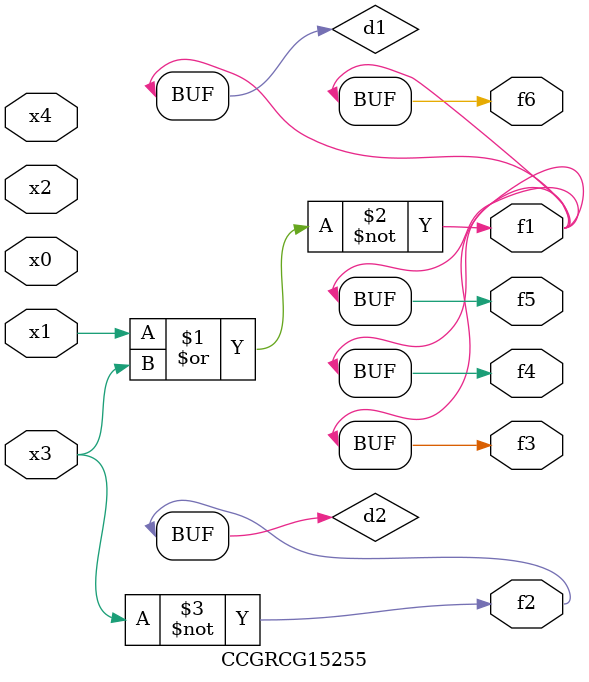
<source format=v>
module CCGRCG15255(
	input x0, x1, x2, x3, x4,
	output f1, f2, f3, f4, f5, f6
);

	wire d1, d2;

	nor (d1, x1, x3);
	not (d2, x3);
	assign f1 = d1;
	assign f2 = d2;
	assign f3 = d1;
	assign f4 = d1;
	assign f5 = d1;
	assign f6 = d1;
endmodule

</source>
